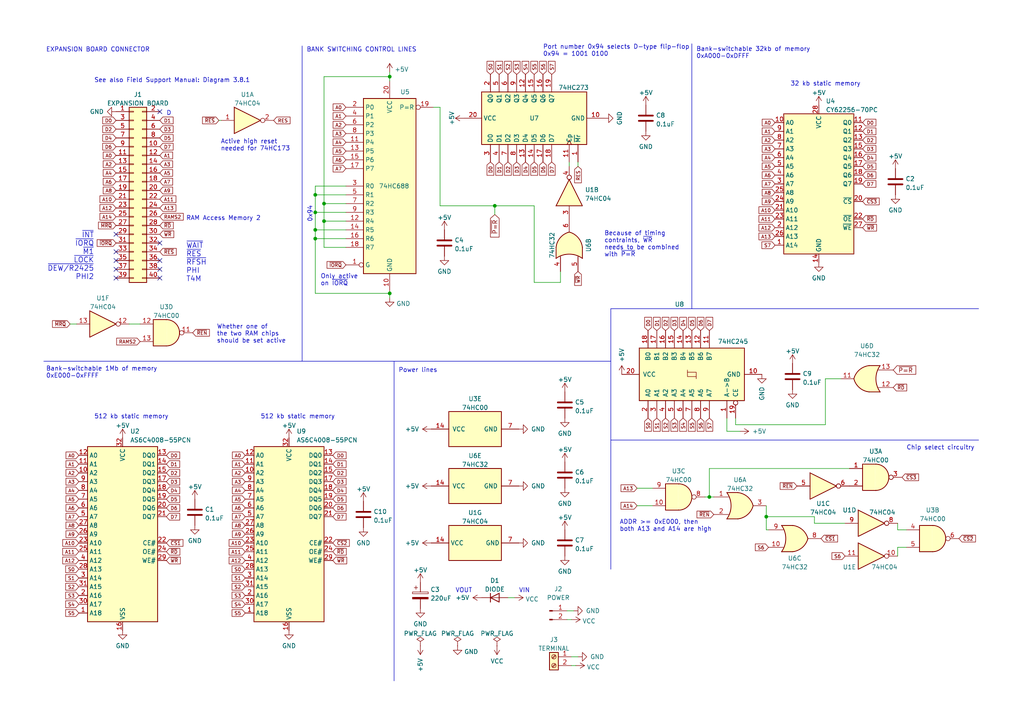
<source format=kicad_sch>
(kicad_sch (version 20230121) (generator eeschema)
  (paper "A4")
  (title_block (title "P2000T RAM expansion board") (date "2023-11-16") (rev "3"))
  (lib_symbols
    (symbol "74xx:74HC00" (pin_names (offset 1.016))
      (property "Reference" "U" (at 0 1.27 0))
      (property "Value" "74HC00" (at 0 -1.27 0))
      (symbol "74HC00_1_1"
        (pin input line (at -7.62 2.54 0) (length 3.81) (name "~") (number "1"))
        (pin input line (at -7.62 -2.54 0) (length 3.81) (name "~") (number "2"))
        (pin output inverted (at 7.62 0 180) (length 3.81) (name "~") (number "3"))
      )
      (symbol "74HC00_1_2"
        (pin input inverted (at -7.62 2.54 0) (length 4.318) (name "~") (number "1"))
        (pin input inverted (at -7.62 -2.54 0) (length 4.318) (name "~") (number "2"))
        (pin output line (at 7.62 0 180) (length 3.81) (name "~") (number "3"))
      )
      (symbol "74HC00_2_1"
        (pin input line (at -7.62 2.54 0) (length 3.81) (name "~") (number "4"))
        (pin input line (at -7.62 -2.54 0) (length 3.81) (name "~") (number "5"))
        (pin output inverted (at 7.62 0 180) (length 3.81) (name "~") (number "6"))
      )
      (symbol "74HC00_2_2"
        (pin input inverted (at -7.62 2.54 0) (length 4.318) (name "~") (number "4"))
        (pin input inverted (at -7.62 -2.54 0) (length 4.318) (name "~") (number "5"))
        (pin output line (at 7.62 0 180) (length 3.81) (name "~") (number "6"))
      )
      (symbol "74HC00_3_1"
        (pin input line (at -7.62 -2.54 0) (length 3.81) (name "~") (number "10"))
        (pin output inverted (at 7.62 0 180) (length 3.81) (name "~") (number "8"))
        (pin input line (at -7.62 2.54 0) (length 3.81) (name "~") (number "9"))
      )
      (symbol "74HC00_3_2"
        (pin input inverted (at -7.62 -2.54 0) (length 4.318) (name "~") (number "10"))
        (pin output line (at 7.62 0 180) (length 3.81) (name "~") (number "8"))
        (pin input inverted (at -7.62 2.54 0) (length 4.318) (name "~") (number "9"))
      )
      (symbol "74HC00_4_1"
        (pin output inverted (at 7.62 0 180) (length 3.81) (name "~") (number "11"))
        (pin input line (at -7.62 2.54 0) (length 3.81) (name "~") (number "12"))
        (pin input line (at -7.62 -2.54 0) (length 3.81) (name "~") (number "13"))
      )
      (symbol "74HC00_4_2"
        (pin output line (at 7.62 0 180) (length 3.81) (name "~") (number "11"))
        (pin input inverted (at -7.62 2.54 0) (length 4.318) (name "~") (number "12"))
        (pin input inverted (at -7.62 -2.54 0) (length 4.318) (name "~") (number "13"))
      )
      (symbol "74HC00_5_0"
        (pin power_in line (at 0 12.7 270) (length 5.08) (name "VCC") (number "14"))
        (pin power_in line (at 0 -12.7 90) (length 5.08) (name "GND") (number "7"))
      )
    )
    (symbol "74xx:74HC04"
      (property "Reference" "U" (at 0 1.27 0))
      (property "Value" "74HC04" (at 0 -1.27 0))
      (symbol "74HC04_1_0"
        (pin input line (at -7.62 0 0) (length 3.81) (name "~") (number "1"))
        (pin output inverted (at 7.62 0 180) (length 3.81) (name "~") (number "2"))
      )
      (symbol "74HC04_2_0"
        (pin input line (at -7.62 0 0) (length 3.81) (name "~") (number "3"))
        (pin output inverted (at 7.62 0 180) (length 3.81) (name "~") (number "4"))
      )
      (symbol "74HC04_3_0"
        (pin input line (at -7.62 0 0) (length 3.81) (name "~") (number "5"))
        (pin output inverted (at 7.62 0 180) (length 3.81) (name "~") (number "6"))
      )
      (symbol "74HC04_4_0"
        (pin output inverted (at 7.62 0 180) (length 3.81) (name "~") (number "8"))
        (pin input line (at -7.62 0 0) (length 3.81) (name "~") (number "9"))
      )
      (symbol "74HC04_5_0"
        (pin output inverted (at 7.62 0 180) (length 3.81) (name "~") (number "10"))
        (pin input line (at -7.62 0 0) (length 3.81) (name "~") (number "11"))
      )
      (symbol "74HC04_6_0"
        (pin output inverted (at 7.62 0 180) (length 3.81) (name "~") (number "12"))
        (pin input line (at -7.62 0 0) (length 3.81) (name "~") (number "13"))
      )
      (symbol "74HC04_7_0"
        (pin power_in line (at 0 12.7 270) (length 5.08) (name "VCC") (number "14"))
        (pin power_in line (at 0 -12.7 90) (length 5.08) (name "GND") (number "7"))
      )
    )
    (symbol "74xx:74HC273"
      (property "Reference" "U" (at -7.62 16.51 0))
      (property "Value" "74HC273" (at -7.62 -16.51 0))
      (symbol "74HC273_1_0"
        (pin input line (at -12.7 -12.7 0) (length 5.08) (name "~{Mr}") (number "1"))
        (pin power_in line (at 0 -20.32 90) (length 5.08) (name "GND") (number "10"))
        (pin input clock (at -12.7 -10.16 0) (length 5.08) (name "Cp") (number "11"))
        (pin output line (at 12.7 2.54 180) (length 5.08) (name "Q4") (number "12"))
        (pin input line (at -12.7 2.54 0) (length 5.08) (name "D4") (number "13"))
        (pin input line (at -12.7 0 0) (length 5.08) (name "D5") (number "14"))
        (pin output line (at 12.7 0 180) (length 5.08) (name "Q5") (number "15"))
        (pin output line (at 12.7 -2.54 180) (length 5.08) (name "Q6") (number "16"))
        (pin input line (at -12.7 -2.54 0) (length 5.08) (name "D6") (number "17"))
        (pin input line (at -12.7 -5.08 0) (length 5.08) (name "D7") (number "18"))
        (pin output line (at 12.7 -5.08 180) (length 5.08) (name "Q7") (number "19"))
        (pin output line (at 12.7 12.7 180) (length 5.08) (name "Q0") (number "2"))
        (pin power_in line (at 0 20.32 270) (length 5.08) (name "VCC") (number "20"))
        (pin input line (at -12.7 12.7 0) (length 5.08) (name "D0") (number "3"))
        (pin input line (at -12.7 10.16 0) (length 5.08) (name "D1") (number "4"))
        (pin output line (at 12.7 10.16 180) (length 5.08) (name "Q1") (number "5"))
        (pin output line (at 12.7 7.62 180) (length 5.08) (name "Q2") (number "6"))
        (pin input line (at -12.7 7.62 0) (length 5.08) (name "D2") (number "7"))
        (pin input line (at -12.7 5.08 0) (length 5.08) (name "D3") (number "8"))
        (pin output line (at 12.7 5.08 180) (length 5.08) (name "Q3") (number "9"))
      )
    )
    (symbol "74xx:74LS245" (pin_names (offset 1.016))
      (property "Reference" "U" (at -7.62 16.51 0))
      (property "Value" "74LS245" (at -7.62 -16.51 0))
      (symbol "74LS245_1_0"
        (pin input line (at -12.7 -10.16 0) (length 5.08) (name "A->B") (number "1"))
        (pin power_in line (at 0 -20.32 90) (length 5.08) (name "GND") (number "10"))
        (pin tri_state line (at 12.7 -5.08 180) (length 5.08) (name "B7") (number "11"))
        (pin tri_state line (at 12.7 -2.54 180) (length 5.08) (name "B6") (number "12"))
        (pin tri_state line (at 12.7 0 180) (length 5.08) (name "B5") (number "13"))
        (pin tri_state line (at 12.7 2.54 180) (length 5.08) (name "B4") (number "14"))
        (pin tri_state line (at 12.7 5.08 180) (length 5.08) (name "B3") (number "15"))
        (pin tri_state line (at 12.7 7.62 180) (length 5.08) (name "B2") (number "16"))
        (pin tri_state line (at 12.7 10.16 180) (length 5.08) (name "B1") (number "17"))
        (pin tri_state line (at 12.7 12.7 180) (length 5.08) (name "B0") (number "18"))
        (pin input inverted (at -12.7 -12.7 0) (length 5.08) (name "CE") (number "19"))
        (pin tri_state line (at -12.7 12.7 0) (length 5.08) (name "A0") (number "2"))
        (pin power_in line (at 0 20.32 270) (length 5.08) (name "VCC") (number "20"))
        (pin tri_state line (at -12.7 10.16 0) (length 5.08) (name "A1") (number "3"))
        (pin tri_state line (at -12.7 7.62 0) (length 5.08) (name "A2") (number "4"))
        (pin tri_state line (at -12.7 5.08 0) (length 5.08) (name "A3") (number "5"))
        (pin tri_state line (at -12.7 2.54 0) (length 5.08) (name "A4") (number "6"))
        (pin tri_state line (at -12.7 0 0) (length 5.08) (name "A5") (number "7"))
        (pin tri_state line (at -12.7 -2.54 0) (length 5.08) (name "A6") (number "8"))
        (pin tri_state line (at -12.7 -5.08 0) (length 5.08) (name "A7") (number "9"))
      )
    )
    (symbol "74xx:74LS32" (pin_names (offset 1.016))
      (property "Reference" "U" (at 0 1.27 0))
      (property "Value" "74LS32" (at 0 -1.27 0))
      (symbol "74LS32_1_1"
        (pin input line (at -7.62 2.54 0) (length 4.318) (name "~") (number "1"))
        (pin input line (at -7.62 -2.54 0) (length 4.318) (name "~") (number "2"))
        (pin output line (at 7.62 0 180) (length 3.81) (name "~") (number "3"))
      )
      (symbol "74LS32_1_2"
        (pin input inverted (at -7.62 2.54 0) (length 3.81) (name "~") (number "1"))
        (pin input inverted (at -7.62 -2.54 0) (length 3.81) (name "~") (number "2"))
        (pin output inverted (at 7.62 0 180) (length 3.81) (name "~") (number "3"))
      )
      (symbol "74LS32_2_1"
        (pin input line (at -7.62 2.54 0) (length 4.318) (name "~") (number "4"))
        (pin input line (at -7.62 -2.54 0) (length 4.318) (name "~") (number "5"))
        (pin output line (at 7.62 0 180) (length 3.81) (name "~") (number "6"))
      )
      (symbol "74LS32_2_2"
        (pin input inverted (at -7.62 2.54 0) (length 3.81) (name "~") (number "4"))
        (pin input inverted (at -7.62 -2.54 0) (length 3.81) (name "~") (number "5"))
        (pin output inverted (at 7.62 0 180) (length 3.81) (name "~") (number "6"))
      )
      (symbol "74LS32_3_1"
        (pin input line (at -7.62 -2.54 0) (length 4.318) (name "~") (number "10"))
        (pin output line (at 7.62 0 180) (length 3.81) (name "~") (number "8"))
        (pin input line (at -7.62 2.54 0) (length 4.318) (name "~") (number "9"))
      )
      (symbol "74LS32_3_2"
        (pin input inverted (at -7.62 -2.54 0) (length 3.81) (name "~") (number "10"))
        (pin output inverted (at 7.62 0 180) (length 3.81) (name "~") (number "8"))
        (pin input inverted (at -7.62 2.54 0) (length 3.81) (name "~") (number "9"))
      )
      (symbol "74LS32_4_1"
        (pin output line (at 7.62 0 180) (length 3.81) (name "~") (number "11"))
        (pin input line (at -7.62 2.54 0) (length 4.318) (name "~") (number "12"))
        (pin input line (at -7.62 -2.54 0) (length 4.318) (name "~") (number "13"))
      )
      (symbol "74LS32_4_2"
        (pin output inverted (at 7.62 0 180) (length 3.81) (name "~") (number "11"))
        (pin input inverted (at -7.62 2.54 0) (length 3.81) (name "~") (number "12"))
        (pin input inverted (at -7.62 -2.54 0) (length 3.81) (name "~") (number "13"))
      )
      (symbol "74LS32_5_0"
        (pin power_in line (at 0 12.7 270) (length 5.08) (name "VCC") (number "14"))
        (pin power_in line (at 0 -12.7 90) (length 5.08) (name "GND") (number "7"))
      )
    )
    (symbol "74xx:74LS688"
      (property "Reference" "U" (at -7.62 26.67 0))
      (property "Value" "74LS688" (at -7.62 -26.67 0))
      (symbol "74LS688_1_0"
        (pin input inverted (at -12.7 -22.86 0) (length 5.08) (name "G") (number "1"))
        (pin power_in line (at 0 -30.48 90) (length 5.08) (name "GND") (number "10"))
        (pin input line (at -12.7 12.7 0) (length 5.08) (name "P4") (number "11"))
        (pin input line (at -12.7 -10.16 0) (length 5.08) (name "R4") (number "12"))
        (pin input line (at -12.7 10.16 0) (length 5.08) (name "P5") (number "13"))
        (pin input line (at -12.7 -12.7 0) (length 5.08) (name "R5") (number "14"))
        (pin input line (at -12.7 7.62 0) (length 5.08) (name "P6") (number "15"))
        (pin input line (at -12.7 -15.24 0) (length 5.08) (name "R6") (number "16"))
        (pin input line (at -12.7 5.08 0) (length 5.08) (name "P7") (number "17"))
        (pin input line (at -12.7 -17.78 0) (length 5.08) (name "R7") (number "18"))
        (pin output inverted (at 12.7 22.86 180) (length 5.08) (name "P=R") (number "19"))
        (pin input line (at -12.7 22.86 0) (length 5.08) (name "P0") (number "2"))
        (pin power_in line (at 0 30.48 270) (length 5.08) (name "VCC") (number "20"))
        (pin input line (at -12.7 0 0) (length 5.08) (name "R0") (number "3"))
        (pin input line (at -12.7 20.32 0) (length 5.08) (name "P1") (number "4"))
        (pin input line (at -12.7 -2.54 0) (length 5.08) (name "R1") (number "5"))
        (pin input line (at -12.7 17.78 0) (length 5.08) (name "P2") (number "6"))
        (pin input line (at -12.7 -5.08 0) (length 5.08) (name "R2") (number "7"))
        (pin input line (at -12.7 15.24 0) (length 5.08) (name "P3") (number "8"))
        (pin input line (at -12.7 -7.62 0) (length 5.08) (name "R3") (number "9"))
      )
    )
    (symbol "Connector:Conn_01x02_Male" (pin_names (offset 1.016) hide)
      (property "Reference" "J" (at 0 2.54 0))
      (property "Value" "Conn_01x02_Male" (at 0 -5.08 0))
      (symbol "Conn_01x02_Male_1_1"
        (pin passive line (at 5.08 0 180) (length 3.81) (name "Pin_1") (number "1"))
        (pin passive line (at 5.08 -2.54 180) (length 3.81) (name "Pin_2") (number "2"))
      )
    )
    (symbol "Connector:Screw_Terminal_01x02" (pin_names (offset 1.016) hide)
      (property "Reference" "J" (at 0 2.54 0))
      (property "Value" "Screw_Terminal_01x02" (at 0 -5.08 0))
      (symbol "Screw_Terminal_01x02_1_1"
        (pin passive line (at -5.08 0 0) (length 3.81) (name "Pin_1") (number "1"))
        (pin passive line (at -5.08 -2.54 0) (length 3.81) (name "Pin_2") (number "2"))
      )
    )
    (symbol "Connector_Generic:Conn_02x20_Odd_Even" (pin_names (offset 1.016) hide)
      (property "Reference" "J" (at 1.27 25.4 0))
      (property "Value" "Conn_02x20_Odd_Even" (at 1.27 -27.94 0))
      (symbol "Conn_02x20_Odd_Even_1_1"
        (pin passive line (at -5.08 22.86 0) (length 3.81) (name "Pin_1") (number "1"))
        (pin passive line (at 7.62 12.7 180) (length 3.81) (name "Pin_10") (number "10"))
        (pin passive line (at -5.08 10.16 0) (length 3.81) (name "Pin_11") (number "11"))
        (pin passive line (at 7.62 10.16 180) (length 3.81) (name "Pin_12") (number "12"))
        (pin passive line (at -5.08 7.62 0) (length 3.81) (name "Pin_13") (number "13"))
        (pin passive line (at 7.62 7.62 180) (length 3.81) (name "Pin_14") (number "14"))
        (pin passive line (at -5.08 5.08 0) (length 3.81) (name "Pin_15") (number "15"))
        (pin passive line (at 7.62 5.08 180) (length 3.81) (name "Pin_16") (number "16"))
        (pin passive line (at -5.08 2.54 0) (length 3.81) (name "Pin_17") (number "17"))
        (pin passive line (at 7.62 2.54 180) (length 3.81) (name "Pin_18") (number "18"))
        (pin passive line (at -5.08 0 0) (length 3.81) (name "Pin_19") (number "19"))
        (pin passive line (at 7.62 22.86 180) (length 3.81) (name "Pin_2") (number "2"))
        (pin passive line (at 7.62 0 180) (length 3.81) (name "Pin_20") (number "20"))
        (pin passive line (at -5.08 -2.54 0) (length 3.81) (name "Pin_21") (number "21"))
        (pin passive line (at 7.62 -2.54 180) (length 3.81) (name "Pin_22") (number "22"))
        (pin passive line (at -5.08 -5.08 0) (length 3.81) (name "Pin_23") (number "23"))
        (pin passive line (at 7.62 -5.08 180) (length 3.81) (name "Pin_24") (number "24"))
        (pin passive line (at -5.08 -7.62 0) (length 3.81) (name "Pin_25") (number "25"))
        (pin passive line (at 7.62 -7.62 180) (length 3.81) (name "Pin_26") (number "26"))
        (pin passive line (at -5.08 -10.16 0) (length 3.81) (name "Pin_27") (number "27"))
        (pin passive line (at 7.62 -10.16 180) (length 3.81) (name "Pin_28") (number "28"))
        (pin passive line (at -5.08 -12.7 0) (length 3.81) (name "Pin_29") (number "29"))
        (pin passive line (at -5.08 20.32 0) (length 3.81) (name "Pin_3") (number "3"))
        (pin passive line (at 7.62 -12.7 180) (length 3.81) (name "Pin_30") (number "30"))
        (pin passive line (at -5.08 -15.24 0) (length 3.81) (name "Pin_31") (number "31"))
        (pin passive line (at 7.62 -15.24 180) (length 3.81) (name "Pin_32") (number "32"))
        (pin passive line (at -5.08 -17.78 0) (length 3.81) (name "Pin_33") (number "33"))
        (pin passive line (at 7.62 -17.78 180) (length 3.81) (name "Pin_34") (number "34"))
        (pin passive line (at -5.08 -20.32 0) (length 3.81) (name "Pin_35") (number "35"))
        (pin passive line (at 7.62 -20.32 180) (length 3.81) (name "Pin_36") (number "36"))
        (pin passive line (at -5.08 -22.86 0) (length 3.81) (name "Pin_37") (number "37"))
        (pin passive line (at 7.62 -22.86 180) (length 3.81) (name "Pin_38") (number "38"))
        (pin passive line (at -5.08 -25.4 0) (length 3.81) (name "Pin_39") (number "39"))
        (pin passive line (at 7.62 20.32 180) (length 3.81) (name "Pin_4") (number "4"))
        (pin passive line (at 7.62 -25.4 180) (length 3.81) (name "Pin_40") (number "40"))
        (pin passive line (at -5.08 17.78 0) (length 3.81) (name "Pin_5") (number "5"))
        (pin passive line (at 7.62 17.78 180) (length 3.81) (name "Pin_6") (number "6"))
        (pin passive line (at -5.08 15.24 0) (length 3.81) (name "Pin_7") (number "7"))
        (pin passive line (at 7.62 15.24 180) (length 3.81) (name "Pin_8") (number "8"))
        (pin passive line (at -5.08 12.7 0) (length 3.81) (name "Pin_9") (number "9"))
      )
    )
    (symbol "Device:C" (pin_numbers hide) (pin_names (offset 0.254))
      (property "Reference" "C" (at 0.635 2.54 0))
      (property "Value" "C" (at 0.635 -2.54 0))
      (symbol "C_1_1"
        (pin passive line (at 0 3.81 270) (length 2.794) (name "~") (number "1"))
        (pin passive line (at 0 -3.81 90) (length 2.794) (name "~") (number "2"))
      )
    )
    (symbol "Device:C_Polarized" (pin_numbers hide) (pin_names (offset 0.254))
      (property "Reference" "C" (at 0.635 2.54 0))
      (property "Value" "C_Polarized" (at 0.635 -2.54 0))
      (symbol "C_Polarized_1_1"
        (pin passive line (at 0 3.81 270) (length 2.794) (name "~") (number "1"))
        (pin passive line (at 0 -3.81 90) (length 2.794) (name "~") (number "2"))
      )
    )
    (symbol "Device:D" (pin_numbers hide) (pin_names (offset 1.016) hide)
      (property "Reference" "D" (at 0 2.54 0))
      (property "Value" "D" (at 0 -2.54 0))
      (symbol "D_1_1"
        (pin passive line (at -3.81 0 0) (length 2.54) (name "K") (number "1"))
        (pin passive line (at 3.81 0 180) (length 2.54) (name "A") (number "2"))
      )
    )
    (symbol "Memory_RAM:AS6C4008-55PCN"
      (property "Reference" "U" (at -10.16 26.035 0))
      (property "Value" "AS6C4008-55PCN" (at 2.54 26.035 0))
      (symbol "AS6C4008-55PCN_0_0"
        (pin power_in line (at 0 -27.94 90) (length 2.54) (name "VSS") (number "16"))
        (pin power_in line (at 0 27.94 270) (length 2.54) (name "VCC") (number "32"))
      )
      (symbol "AS6C4008-55PCN_1_1"
        (pin input line (at -12.7 -22.86 0) (length 2.54) (name "A18") (number "1"))
        (pin input line (at -12.7 17.78 0) (length 2.54) (name "A2") (number "10"))
        (pin input line (at -12.7 20.32 0) (length 2.54) (name "A1") (number "11"))
        (pin input line (at -12.7 22.86 0) (length 2.54) (name "A0") (number "12"))
        (pin tri_state line (at 12.7 22.86 180) (length 2.54) (name "DQ0") (number "13"))
        (pin tri_state line (at 12.7 20.32 180) (length 2.54) (name "DQ1") (number "14"))
        (pin tri_state line (at 12.7 17.78 180) (length 2.54) (name "DQ2") (number "15"))
        (pin tri_state line (at 12.7 15.24 180) (length 2.54) (name "DQ3") (number "17"))
        (pin tri_state line (at 12.7 12.7 180) (length 2.54) (name "DQ4") (number "18"))
        (pin tri_state line (at 12.7 10.16 180) (length 2.54) (name "DQ5") (number "19"))
        (pin input line (at -12.7 -17.78 0) (length 2.54) (name "A16") (number "2"))
        (pin tri_state line (at 12.7 7.62 180) (length 2.54) (name "DQ6") (number "20"))
        (pin tri_state line (at 12.7 5.08 180) (length 2.54) (name "DQ7") (number "21"))
        (pin input line (at 12.7 -2.54 180) (length 2.54) (name "CE#") (number "22"))
        (pin input line (at -12.7 -2.54 0) (length 2.54) (name "A10") (number "23"))
        (pin input line (at 12.7 -5.08 180) (length 2.54) (name "OE#") (number "24"))
        (pin input line (at -12.7 -5.08 0) (length 2.54) (name "A11") (number "25"))
        (pin input line (at -12.7 0 0) (length 2.54) (name "A9") (number "26"))
        (pin input line (at -12.7 2.54 0) (length 2.54) (name "A8") (number "27"))
        (pin input line (at -12.7 -10.16 0) (length 2.54) (name "A13") (number "28"))
        (pin input line (at 12.7 -7.62 180) (length 2.54) (name "WE#") (number "29"))
        (pin input line (at -12.7 -12.7 0) (length 2.54) (name "A14") (number "3"))
        (pin input line (at -12.7 -20.32 0) (length 2.54) (name "A17") (number "30"))
        (pin input line (at -12.7 -15.24 0) (length 2.54) (name "A15") (number "31"))
        (pin input line (at -12.7 -7.62 0) (length 2.54) (name "A12") (number "4"))
        (pin input line (at -12.7 5.08 0) (length 2.54) (name "A7") (number "5"))
        (pin input line (at -12.7 7.62 0) (length 2.54) (name "A6") (number "6"))
        (pin input line (at -12.7 10.16 0) (length 2.54) (name "A5") (number "7"))
        (pin input line (at -12.7 12.7 0) (length 2.54) (name "A4") (number "8"))
        (pin input line (at -12.7 15.24 0) (length 2.54) (name "A3") (number "9"))
      )
    )
    (symbol "Memory_RAM:CY62256-70PC"
      (property "Reference" "U" (at -10.16 20.955 0))
      (property "Value" "CY62256-70PC" (at 2.54 20.955 0))
      (symbol "CY62256-70PC_0_0"
        (pin power_in line (at 0 -22.86 90) (length 2.54) (name "GND") (number "14"))
        (pin power_in line (at 0 22.86 270) (length 2.54) (name "VCC") (number "28"))
      )
      (symbol "CY62256-70PC_1_1"
        (pin input line (at -12.7 -17.78 0) (length 2.54) (name "A14") (number "1"))
        (pin input line (at -12.7 17.78 0) (length 2.54) (name "A0") (number "10"))
        (pin tri_state line (at 12.7 17.78 180) (length 2.54) (name "Q0") (number "11"))
        (pin tri_state line (at 12.7 15.24 180) (length 2.54) (name "Q1") (number "12"))
        (pin tri_state line (at 12.7 12.7 180) (length 2.54) (name "Q2") (number "13"))
        (pin tri_state line (at 12.7 10.16 180) (length 2.54) (name "Q3") (number "15"))
        (pin tri_state line (at 12.7 7.62 180) (length 2.54) (name "Q4") (number "16"))
        (pin tri_state line (at 12.7 5.08 180) (length 2.54) (name "Q5") (number "17"))
        (pin tri_state line (at 12.7 2.54 180) (length 2.54) (name "Q6") (number "18"))
        (pin tri_state line (at 12.7 0 180) (length 2.54) (name "Q7") (number "19"))
        (pin input line (at -12.7 -12.7 0) (length 2.54) (name "A12") (number "2"))
        (pin input line (at 12.7 -5.08 180) (length 2.54) (name "~{CS}") (number "20"))
        (pin input line (at -12.7 -7.62 0) (length 2.54) (name "A10") (number "21"))
        (pin input line (at 12.7 -10.16 180) (length 2.54) (name "~{OE}") (number "22"))
        (pin input line (at -12.7 -10.16 0) (length 2.54) (name "A11") (number "23"))
        (pin input line (at -12.7 -5.08 0) (length 2.54) (name "A9") (number "24"))
        (pin input line (at -12.7 -2.54 0) (length 2.54) (name "A8") (number "25"))
        (pin input line (at -12.7 -15.24 0) (length 2.54) (name "A13") (number "26"))
        (pin input line (at 12.7 -12.7 180) (length 2.54) (name "~{WE}") (number "27"))
        (pin input line (at -12.7 0 0) (length 2.54) (name "A7") (number "3"))
        (pin input line (at -12.7 2.54 0) (length 2.54) (name "A6") (number "4"))
        (pin input line (at -12.7 5.08 0) (length 2.54) (name "A5") (number "5"))
        (pin input line (at -12.7 7.62 0) (length 2.54) (name "A4") (number "6"))
        (pin input line (at -12.7 10.16 0) (length 2.54) (name "A3") (number "7"))
        (pin input line (at -12.7 12.7 0) (length 2.54) (name "A2") (number "8"))
        (pin input line (at -12.7 15.24 0) (length 2.54) (name "A1") (number "9"))
      )
    )
    (symbol "power:+5V" (power) (pin_names (offset 0))
      (property "Value" "+5V" (at 0 3.556 0))
      (symbol "+5V_1_1"
        (pin power_in line (at 0 0 90) (length 0) hide (name "+5V") (number "1"))
      )
    )
    (symbol "power:GND" (power) (pin_names (offset 0))
      (property "Value" "GND" (at 0 -3.81 0))
      (symbol "GND_1_1"
        (pin power_in line (at 0 0 270) (length 0) hide (name "GND") (number "1"))
      )
    )
    (symbol "power:PWR_FLAG" (power) (pin_numbers hide) (pin_names (offset 0) hide)
      (property "Value" "PWR_FLAG" (at 0 3.81 0))
      (symbol "PWR_FLAG_0_0"
        (pin power_out line (at 0 0 90) (length 0) (name "pwr") (number "1"))
      )
    )
    (symbol "power:VCC" (power) (pin_names (offset 0))
      (property "Value" "VCC" (at 0 3.81 0))
      (symbol "VCC_1_1"
        (pin power_in line (at 0 0 90) (length 0) hide (name "VCC") (number "1"))
      )
    )
  )
  (junction (at 205.74 144.145))
  (junction (at 222.25 149.86))
  (junction (at 91.44 66.675))
  (junction (at 91.44 69.215))
  (junction (at 143.51 59.69))
  (junction (at 113.03 85.09))
  (junction (at 93.98 59.055))
  (junction (at 113.03 22.225))
  (junction (at 91.44 61.595))
  (junction (at 93.98 64.135))
  (junction (at 91.44 56.515))
  (no_connect (at 46.355 80.645))
  (no_connect (at 33.655 75.565))
  (no_connect (at 46.355 70.485))
  (no_connect (at 33.655 80.645))
  (no_connect (at 33.655 78.105))
  (no_connect (at 46.355 75.565))
  (no_connect (at 46.355 32.385))
  (no_connect (at 46.355 78.105))
  (no_connect (at 33.655 73.025))
  (no_connect (at 33.655 67.945))
  (wire (pts (xy 91.44 53.975) (xy 91.44 56.515)))
  (polyline (pts (xy 200.66 89.535) (xy 283.845 89.535)))
  (wire (pts (xy 167.64 48.26) (xy 167.64 46.99)))
  (wire (pts (xy 127.635 31.115) (xy 127.635 59.69)))
  (wire (pts (xy 154.94 81.915) (xy 162.56 81.915)))
  (wire (pts (xy 239.395 109.855) (xy 239.395 123.19)))
  (wire (pts (xy 260.35 158.75) (xy 262.89 158.75)))
  (wire (pts (xy 167.64 190.5) (xy 165.735 190.5)))
  (polyline (pts (xy 200.66 89.535) (xy 177.165 89.535)))
  (wire (pts (xy 166.37 177.165) (xy 164.465 177.165)))
  (polyline (pts (xy 87.63 13.335) (xy 87.63 104.775)))
  (wire (pts (xy 100.33 71.755) (xy 93.98 71.755)))
  (wire (pts (xy 236.22 149.86) (xy 222.25 149.86)))
  (wire (pts (xy 127.635 59.69) (xy 143.51 59.69)))
  (wire (pts (xy 113.03 85.09) (xy 113.03 86.36)))
  (wire (pts (xy 93.98 22.225) (xy 113.03 22.225)))
  (wire (pts (xy 205.74 135.89) (xy 246.38 135.89)))
  (wire (pts (xy 100.33 59.055) (xy 93.98 59.055)))
  (polyline (pts (xy 200.66 12.7) (xy 200.66 89.535)))
  (wire (pts (xy 184.785 146.685) (xy 189.23 146.685)))
  (wire (pts (xy 91.44 56.515) (xy 91.44 61.595)))
  (wire (pts (xy 213.36 121.285) (xy 213.36 123.19)))
  (polyline (pts (xy 114.3 104.775) (xy 114.3 197.485)))
  (wire (pts (xy 93.98 22.225) (xy 93.98 59.055)))
  (polyline (pts (xy 177.165 127.635) (xy 283.845 127.635)))
  (wire (pts (xy 149.225 173.355) (xy 147.32 173.355)))
  (wire (pts (xy 165.1 46.99) (xy 165.1 48.26)))
  (wire (pts (xy 93.98 64.135) (xy 93.98 59.055)))
  (wire (pts (xy 184.785 141.605) (xy 189.23 141.605)))
  (wire (pts (xy 222.25 146.685) (xy 222.25 149.86)))
  (wire (pts (xy 204.47 144.145) (xy 205.74 144.145)))
  (wire (pts (xy 125.73 31.115) (xy 127.635 31.115)))
  (wire (pts (xy 20.32 93.98) (xy 22.225 93.98)))
  (wire (pts (xy 245.11 151.765) (xy 236.22 151.765)))
  (wire (pts (xy 143.51 59.69) (xy 143.51 62.23)))
  (wire (pts (xy 91.44 66.675) (xy 100.33 66.675)))
  (wire (pts (xy 91.44 69.215) (xy 100.33 69.215)))
  (wire (pts (xy 262.89 153.67) (xy 260.35 153.67)))
  (wire (pts (xy 165.735 193.04) (xy 167.005 193.04)))
  (wire (pts (xy 63.5 34.925) (xy 64.135 34.925)))
  (wire (pts (xy 113.03 22.225) (xy 113.03 23.495)))
  (wire (pts (xy 236.22 151.765) (xy 236.22 149.86)))
  (polyline (pts (xy 12.7 104.775) (xy 87.63 104.775)))
  (wire (pts (xy 37.465 93.98) (xy 40.64 93.98)))
  (wire (pts (xy 222.25 153.67) (xy 222.885 153.67)))
  (wire (pts (xy 260.35 161.29) (xy 260.35 158.75)))
  (polyline (pts (xy 177.165 89.535) (xy 177.165 165.1)))
  (polyline (pts (xy 87.63 104.775) (xy 177.165 104.775)))
  (wire (pts (xy 91.44 69.215) (xy 91.44 85.09)))
  (wire (pts (xy 113.03 84.455) (xy 113.03 85.09)))
  (wire (pts (xy 154.94 59.69) (xy 154.94 81.915)))
  (wire (pts (xy 205.74 144.145) (xy 205.74 135.89)))
  (wire (pts (xy 210.82 121.285) (xy 210.82 125.095)))
  (wire (pts (xy 100.33 53.975) (xy 91.44 53.975)))
  (wire (pts (xy 93.98 71.755) (xy 93.98 64.135)))
  (wire (pts (xy 91.44 61.595) (xy 100.33 61.595)))
  (wire (pts (xy 91.44 66.675) (xy 91.44 69.215)))
  (wire (pts (xy 113.03 85.09) (xy 91.44 85.09)))
  (wire (pts (xy 113.03 20.955) (xy 113.03 22.225)))
  (wire (pts (xy 100.33 64.135) (xy 93.98 64.135)))
  (wire (pts (xy 91.44 56.515) (xy 100.33 56.515)))
  (wire (pts (xy 239.395 123.19) (xy 213.36 123.19)))
  (wire (pts (xy 260.35 153.67) (xy 260.35 151.765)))
  (wire (pts (xy 164.465 179.705) (xy 165.735 179.705)))
  (wire (pts (xy 243.84 109.855) (xy 239.395 109.855)))
  (wire (pts (xy 205.74 144.145) (xy 207.01 144.145)))
  (wire (pts (xy 143.51 59.69) (xy 154.94 59.69)))
  (wire (pts (xy 91.44 61.595) (xy 91.44 66.675)))
  (wire (pts (xy 222.25 149.86) (xy 222.25 153.67)))
  (wire (pts (xy 210.82 125.095) (xy 214.63 125.095)))
  (wire (pts (xy 162.56 81.915) (xy 162.56 78.74)))
  (text "512 kb static memory" (at 75.565 121.666 0) (effects (font (size 1.27 1.27)) (justify left bottom)))
  (text "VIN" (at 150.495 172.085 0) (effects (font (size 1.27 1.27)) (justify left bottom)))
  (text "EXPANSION BOARD CONNECTOR" (at 13.335 15.24 0) (effects (font (size 1.27 1.27)) (justify left bottom)))
  (text "0x94" (at 90.678 64.516 90) (effects (font (size 1.27 1.27)) (justify left bottom)))
  (text "VOUT" (at 132.08 172.085 0) (effects (font (size 1.27 1.27)) (justify left bottom)))
  (text "32 kb static memory" (at 229.235 25.146 0) (effects (font (size 1.27 1.27)) (justify left bottom)))
  (text "~{INT}\n~{IORQ}\n~{M1}\n~{LOCK}\n~{DEW/R2425}\nPHI2" (at 27.305 81.28 0) (effects (font (size 1.5 1.5)) (justify right bottom)))
  (text "D" (at 48.26 33.655 0) (effects (font (size 1.27 1.27)) (justify left bottom)))
  (text "Only active\non ~{IORQ}" (at 92.964 83.058 0) (effects (font (size 1.27 1.27)) (justify left bottom)))
  (text "RAM Access Memory 2" (at 53.975 64.135 0) (effects (font (size 1.27 1.27)) (justify left bottom)))
  (text "Bank-switchable 32kb of memory\n0xA000-0xDFFF" (at 201.93 17.145 0) (effects (font (size 1.27 1.27)) (justify left bottom)))
  (text "Because of timing\ncontraints, ~{WR}\nneeds to be combined\nwith ~{P=R}" (at 175.26 74.676 0) (effects (font (size 1.27 1.27)) (justify left bottom)))
  (text "Bank-switchable 1Mb of memory\n0xE000-0xFFFF" (at 13.335 109.855 0) (effects (font (size 1.27 1.27)) (justify left bottom)))
  (text "See also Field Support Manual: Diagram 3.8.1" (at 27.305 24.13 0) (effects (font (size 1.27 1.27)) (justify left bottom)))
  (text "Power lines" (at 115.57 108.204 0) (effects (font (size 1.27 1.27)) (justify left bottom)))
  (text "Chip select circuitry" (at 262.89 130.683 0) (effects (font (size 1.27 1.27)) (justify left bottom)))
  (text "BANK SWITCHING CONTROL LINES" (at 88.9 15.24 0) (effects (font (size 1.27 1.27)) (justify left bottom)))
  (text "512 kb static memory" (at 27.305 121.666 0) (effects (font (size 1.27 1.27)) (justify left bottom)))
  (text "ADDR >= 0xE000, then \nboth A13 and A14 are high" (at 179.705 154.305 0) (effects (font (size 1.27 1.27)) (justify left bottom)))
  (text "~{WAIT}\n~{RES}\n~{RFSH}\nPHI\nT4M" (at 53.975 81.915 0) (effects (font (size 1.5 1.5)) (justify left bottom)))
  (text "Active high reset\nneeded for 74HC173" (at 64.008 43.942 0) (effects (font (size 1.27 1.27)) (justify left bottom)))
  (text "Whether one of\nthe two RAM chips \nshould be set active" (at 62.865 99.695 0) (effects (font (size 1.27 1.27)) (justify left bottom)))
  (text "Port number 0x94 selects D-type flip-flop\n0x94 = 1001 0100" (at 157.48 16.51 0) (effects (font (size 1.27 1.27)) (justify left bottom)))
  (global_label "A8" (shape input) (at 71.12 152.4 180) (effects (font (size 1 1))) (property "Intersheetrefs" "${INTERSHEET_REFS}" (effects hide)))
  (global_label "S5" (shape input) (at 154.94 21.59 90) (effects (font (size 1 1))) (property "Intersheetrefs" "${INTERSHEET_REFS}" (effects hide)))
  (global_label "A3" (shape input) (at 224.79 43.18 180) (effects (font (size 1 1))) (property "Intersheetrefs" "${INTERSHEET_REFS}" (effects hide)))
  (global_label "~{P=R}" (shape input) (at 143.51 62.23 270) (property "Intersheetrefs" "${INTERSHEET_REFS}" (effects hide)))
  (global_label "D1" (shape input) (at 250.19 38.1 0) (effects (font (size 1 1))) (property "Intersheetrefs" "${INTERSHEET_REFS}" (effects hide)))
  (global_label "A2" (shape input) (at 100.33 36.195 180) (effects (font (size 1 1))) (property "Intersheetrefs" "${INTERSHEET_REFS}" (effects hide)))
  (global_label "A4" (shape input) (at 71.12 142.24 180) (effects (font (size 1 1))) (property "Intersheetrefs" "${INTERSHEET_REFS}" (effects hide)))
  (global_label "A8" (shape input) (at 33.655 55.245 180) (effects (font (size 1 1))) (property "Intersheetrefs" "${INTERSHEET_REFS}" (effects hide)))
  (global_label "A10" (shape input) (at 22.86 157.48 180) (effects (font (size 1 1))) (property "Intersheetrefs" "${INTERSHEET_REFS}" (effects hide)))
  (global_label "D5" (shape input) (at 250.19 48.26 0) (effects (font (size 1 1))) (property "Intersheetrefs" "${INTERSHEET_REFS}" (effects hide)))
  (global_label "S5" (shape input) (at 200.66 121.285 270) (effects (font (size 1 1))) (property "Intersheetrefs" "${INTERSHEET_REFS}" (effects hide)))
  (global_label "A4" (shape input) (at 22.86 142.24 180) (effects (font (size 1 1))) (property "Intersheetrefs" "${INTERSHEET_REFS}" (effects hide)))
  (global_label "~{MRQ}" (shape input) (at 20.32 93.98 180) (effects (font (size 1 1))) (property "Intersheetrefs" "${INTERSHEET_REFS}" (effects hide)))
  (global_label "A12" (shape input) (at 71.12 162.56 180) (effects (font (size 1 1))) (property "Intersheetrefs" "${INTERSHEET_REFS}" (effects hide)))
  (global_label "A2" (shape input) (at 224.79 40.64 180) (effects (font (size 1 1))) (property "Intersheetrefs" "${INTERSHEET_REFS}" (effects hide)))
  (global_label "~{REN}" (shape input) (at 231.14 140.97 180) (effects (font (size 1 1))) (property "Intersheetrefs" "${INTERSHEET_REFS}" (effects hide)))
  (global_label "S1" (shape input) (at 71.12 167.64 180) (effects (font (size 1 1))) (property "Intersheetrefs" "${INTERSHEET_REFS}" (effects hide)))
  (global_label "D7" (shape input) (at 205.74 95.885 90) (effects (font (size 1 1))) (property "Intersheetrefs" "${INTERSHEET_REFS}" (effects hide)))
  (global_label "A10" (shape input) (at 224.79 60.96 180) (effects (font (size 1 1))) (property "Intersheetrefs" "${INTERSHEET_REFS}" (effects hide)))
  (global_label "S2" (shape input) (at 71.12 170.18 180) (effects (font (size 1 1))) (property "Intersheetrefs" "${INTERSHEET_REFS}" (effects hide)))
  (global_label "~{REN}" (shape input) (at 55.88 96.52 0) (effects (font (size 1 1))) (property "Intersheetrefs" "${INTERSHEET_REFS}" (effects hide)))
  (global_label "A3" (shape input) (at 100.33 38.735 180) (effects (font (size 1 1))) (property "Intersheetrefs" "${INTERSHEET_REFS}" (effects hide)))
  (global_label "D0" (shape input) (at 48.26 132.08 0) (effects (font (size 1 1))) (property "Intersheetrefs" "${INTERSHEET_REFS}" (effects hide)))
  (global_label "S4" (shape input) (at 152.4 21.59 90) (effects (font (size 1 1))) (property "Intersheetrefs" "${INTERSHEET_REFS}" (effects hide)))
  (global_label "A6" (shape input) (at 33.655 52.705 180) (effects (font (size 1 1))) (property "Intersheetrefs" "${INTERSHEET_REFS}" (effects hide)))
  (global_label "A5" (shape input) (at 224.79 48.26 180) (effects (font (size 1 1))) (property "Intersheetrefs" "${INTERSHEET_REFS}" (effects hide)))
  (global_label "D4" (shape input) (at 33.655 40.005 180) (effects (font (size 1 1))) (property "Intersheetrefs" "${INTERSHEET_REFS}" (effects hide)))
  (global_label "S6" (shape input) (at 157.48 21.59 90) (effects (font (size 1 1))) (property "Intersheetrefs" "${INTERSHEET_REFS}" (effects hide)))
  (global_label "S4" (shape input) (at 71.12 175.26 180) (effects (font (size 1 1))) (property "Intersheetrefs" "${INTERSHEET_REFS}" (effects hide)))
  (global_label "D7" (shape input) (at 46.355 42.545 0) (effects (font (size 1 1))) (property "Intersheetrefs" "${INTERSHEET_REFS}" (effects hide)))
  (global_label "D0" (shape input) (at 187.96 95.885 90) (effects (font (size 1 1))) (property "Intersheetrefs" "${INTERSHEET_REFS}" (effects hide)))
  (global_label "D1" (shape input) (at 144.78 46.99 270) (effects (font (size 1 1))) (property "Intersheetrefs" "${INTERSHEET_REFS}" (effects hide)))
  (global_label "D3" (shape input) (at 149.86 46.99 270) (effects (font (size 1 1))) (property "Intersheetrefs" "${INTERSHEET_REFS}" (effects hide)))
  (global_label "A8" (shape input) (at 224.79 55.88 180) (effects (font (size 1 1))) (property "Intersheetrefs" "${INTERSHEET_REFS}" (effects hide)))
  (global_label "A12" (shape input) (at 22.86 162.56 180) (effects (font (size 1 1))) (property "Intersheetrefs" "${INTERSHEET_REFS}" (effects hide)))
  (global_label "A6" (shape input) (at 100.33 46.355 180) (effects (font (size 1 1))) (property "Intersheetrefs" "${INTERSHEET_REFS}" (effects hide)))
  (global_label "~{RD}" (shape input) (at 46.355 65.405 0) (effects (font (size 1 1))) (property "Intersheetrefs" "${INTERSHEET_REFS}" (effects hide)))
  (global_label "~{REN}" (shape input) (at 207.01 149.225 180) (effects (font (size 1 1))) (property "Intersheetrefs" "${INTERSHEET_REFS}" (effects hide)))
  (global_label "A6" (shape input) (at 224.79 50.8 180) (effects (font (size 1 1))) (property "Intersheetrefs" "${INTERSHEET_REFS}" (effects hide)))
  (global_label "A10" (shape input) (at 33.655 57.785 180) (effects (font (size 1 1))) (property "Intersheetrefs" "${INTERSHEET_REFS}" (effects hide)))
  (global_label "D5" (shape input) (at 200.66 95.885 90) (effects (font (size 1 1))) (property "Intersheetrefs" "${INTERSHEET_REFS}" (effects hide)))
  (global_label "~{RD}" (shape input) (at 259.08 112.395 0) (effects (font (size 1 1))) (property "Intersheetrefs" "${INTERSHEET_REFS}" (effects hide)))
  (global_label "~{CS2}" (shape input) (at 278.13 156.21 0) (effects (font (size 1 1))) (property "Intersheetrefs" "${INTERSHEET_REFS}" (effects hide)))
  (global_label "S6" (shape input) (at 245.11 161.29 180) (effects (font (size 1 1))) (property "Intersheetrefs" "${INTERSHEET_REFS}" (effects hide)))
  (global_label "S3" (shape input) (at 195.58 121.285 270) (effects (font (size 1 1))) (property "Intersheetrefs" "${INTERSHEET_REFS}" (effects hide)))
  (global_label "D3" (shape input) (at 46.355 37.465 0) (effects (font (size 1 1))) (property "Intersheetrefs" "${INTERSHEET_REFS}" (effects hide)))
  (global_label "A2" (shape input) (at 33.655 47.625 180) (effects (font (size 1 1))) (property "Intersheetrefs" "${INTERSHEET_REFS}" (effects hide)))
  (global_label "D5" (shape input) (at 154.94 46.99 270) (effects (font (size 1 1))) (property "Intersheetrefs" "${INTERSHEET_REFS}" (effects hide)))
  (global_label "D0" (shape input) (at 142.24 46.99 270) (effects (font (size 1 1))) (property "Intersheetrefs" "${INTERSHEET_REFS}" (effects hide)))
  (global_label "~{P=R}" (shape input) (at 259.08 107.315 0) (property "Intersheetrefs" "${INTERSHEET_REFS}" (effects hide)))
  (global_label "D3" (shape input) (at 250.19 43.18 0) (effects (font (size 1 1))) (property "Intersheetrefs" "${INTERSHEET_REFS}" (effects hide)))
  (global_label "A13" (shape input) (at 184.785 141.605 180) (effects (font (size 1 1))) (property "Intersheetrefs" "${INTERSHEET_REFS}" (effects hide)))
  (global_label "D6" (shape input) (at 33.655 42.545 180) (effects (font (size 1 1))) (property "Intersheetrefs" "${INTERSHEET_REFS}" (effects hide)))
  (global_label "RES" (shape input) (at 167.64 48.26 270) (effects (font (size 1 1))) (property "Intersheetrefs" "${INTERSHEET_REFS}" (effects hide)))
  (global_label "S0" (shape input) (at 187.96 121.285 270) (effects (font (size 1 1))) (property "Intersheetrefs" "${INTERSHEET_REFS}" (effects hide)))
  (global_label "D5" (shape input) (at 46.355 40.005 0) (effects (font (size 1 1))) (property "Intersheetrefs" "${INTERSHEET_REFS}" (effects hide)))
  (global_label "A0" (shape input) (at 224.79 35.56 180) (effects (font (size 1 1))) (property "Intersheetrefs" "${INTERSHEET_REFS}" (effects hide)))
  (global_label "S2" (shape input) (at 147.32 21.59 90) (effects (font (size 1 1))) (property "Intersheetrefs" "${INTERSHEET_REFS}" (effects hide)))
  (global_label "S6" (shape input) (at 222.885 158.75 180) (effects (font (size 1 1))) (property "Intersheetrefs" "${INTERSHEET_REFS}" (effects hide)))
  (global_label "A0" (shape input) (at 33.655 45.085 180) (effects (font (size 1 1))) (property "Intersheetrefs" "${INTERSHEET_REFS}" (effects hide)))
  (global_label "D7" (shape input) (at 48.26 149.86 0) (effects (font (size 1 1))) (property "Intersheetrefs" "${INTERSHEET_REFS}" (effects hide)))
  (global_label "A3" (shape input) (at 71.12 139.7 180) (effects (font (size 1 1))) (property "Intersheetrefs" "${INTERSHEET_REFS}" (effects hide)))
  (global_label "~{CS1}" (shape input) (at 48.26 157.48 0) (effects (font (size 1 1))) (property "Intersheetrefs" "${INTERSHEET_REFS}" (effects hide)))
  (global_label "S5" (shape input) (at 22.86 177.8 180) (effects (font (size 1 1))) (property "Intersheetrefs" "${INTERSHEET_REFS}" (effects hide)))
  (global_label "D0" (shape input) (at 250.19 35.56 0) (effects (font (size 1 1))) (property "Intersheetrefs" "${INTERSHEET_REFS}" (effects hide)))
  (global_label "RAMS2" (shape input) (at 46.355 62.865 0) (effects (font (size 1 1))) (property "Intersheetrefs" "${INTERSHEET_REFS}" (effects hide)))
  (global_label "D6" (shape input) (at 250.19 50.8 0) (effects (font (size 1 1))) (property "Intersheetrefs" "${INTERSHEET_REFS}" (effects hide)))
  (global_label "A7" (shape input) (at 22.86 149.86 180) (effects (font (size 1 1))) (property "Intersheetrefs" "${INTERSHEET_REFS}" (effects hide)))
  (global_label "D5" (shape input) (at 96.52 144.78 0) (effects (font (size 1 1))) (property "Intersheetrefs" "${INTERSHEET_REFS}" (effects hide)))
  (global_label "S1" (shape input) (at 190.5 121.285 270) (effects (font (size 1 1))) (property "Intersheetrefs" "${INTERSHEET_REFS}" (effects hide)))
  (global_label "D1" (shape input) (at 190.5 95.885 90) (effects (font (size 1 1))) (property "Intersheetrefs" "${INTERSHEET_REFS}" (effects hide)))
  (global_label "RES" (shape input) (at 79.375 34.925 0) (effects (font (size 1 1))) (property "Intersheetrefs" "${INTERSHEET_REFS}" (effects hide)))
  (global_label "~{WR}" (shape input) (at 46.355 67.945 0) (effects (font (size 1 1))) (property "Intersheetrefs" "${INTERSHEET_REFS}" (effects hide)))
  (global_label "A1" (shape input) (at 71.12 134.62 180) (effects (font (size 1 1))) (property "Intersheetrefs" "${INTERSHEET_REFS}" (effects hide)))
  (global_label "A7" (shape input) (at 71.12 149.86 180) (effects (font (size 1 1))) (property "Intersheetrefs" "${INTERSHEET_REFS}" (effects hide)))
  (global_label "S2" (shape input) (at 193.04 121.285 270) (effects (font (size 1 1))) (property "Intersheetrefs" "${INTERSHEET_REFS}" (effects hide)))
  (global_label "A14" (shape input) (at 184.785 146.685 180) (effects (font (size 1 1))) (property "Intersheetrefs" "${INTERSHEET_REFS}" (effects hide)))
  (global_label "RAMS2" (shape input) (at 40.64 99.06 180) (effects (font (size 1 1))) (property "Intersheetrefs" "${INTERSHEET_REFS}" (effects hide)))
  (global_label "A1" (shape input) (at 100.33 33.655 180) (effects (font (size 1 1))) (property "Intersheetrefs" "${INTERSHEET_REFS}" (effects hide)))
  (global_label "A4" (shape input) (at 100.33 41.275 180) (effects (font (size 1 1))) (property "Intersheetrefs" "${INTERSHEET_REFS}" (effects hide)))
  (global_label "S3" (shape input) (at 149.86 21.59 90) (effects (font (size 1 1))) (property "Intersheetrefs" "${INTERSHEET_REFS}" (effects hide)))
  (global_label "A3" (shape input) (at 46.355 47.625 0) (effects (font (size 1 1))) (property "Intersheetrefs" "${INTERSHEET_REFS}" (effects hide)))
  (global_label "A9" (shape input) (at 46.355 55.245 0) (effects (font (size 1 1))) (property "Intersheetrefs" "${INTERSHEET_REFS}" (effects hide)))
  (global_label "~{WR}" (shape input) (at 167.64 78.74 270) (effects (font (size 1 1))) (property "Intersheetrefs" "${INTERSHEET_REFS}" (effects hide)))
  (global_label "S1" (shape input) (at 144.78 21.59 90) (effects (font (size 1 1))) (property "Intersheetrefs" "${INTERSHEET_REFS}" (effects hide)))
  (global_label "~{RD}" (shape input) (at 250.19 63.5 0) (effects (font (size 1 1))) (property "Intersheetrefs" "${INTERSHEET_REFS}" (effects hide)))
  (global_label "A11" (shape input) (at 46.355 57.785 0) (effects (font (size 1 1))) (property "Intersheetrefs" "${INTERSHEET_REFS}" (effects hide)))
  (global_label "D3" (shape input) (at 96.52 139.7 0) (effects (font (size 1 1))) (property "Intersheetrefs" "${INTERSHEET_REFS}" (effects hide)))
  (global_label "A11" (shape input) (at 224.79 63.5 180) (effects (font (size 1 1))) (property "Intersheetrefs" "${INTERSHEET_REFS}" (effects hide)))
  (global_label "S7" (shape input) (at 224.79 71.12 180) (effects (font (size 1 1))) (property "Intersheetrefs" "${INTERSHEET_REFS}" (effects hide)))
  (global_label "~{CS1}" (shape input) (at 238.125 156.21 0) (effects (font (size 1 1))) (property "Intersheetrefs" "${INTERSHEET_REFS}" (effects hide)))
  (global_label "A5" (shape input) (at 46.355 50.165 0) (effects (font (size 1 1))) (property "Intersheetrefs" "${INTERSHEET_REFS}" (effects hide)))
  (global_label "S0" (shape input) (at 22.86 165.1 180) (effects (font (size 1 1))) (property "Intersheetrefs" "${INTERSHEET_REFS}" (effects hide)))
  (global_label "D7" (shape input) (at 250.19 53.34 0) (effects (font (size 1 1))) (property "Intersheetrefs" "${INTERSHEET_REFS}" (effects hide)))
  (global_label "A0" (shape input) (at 71.12 132.08 180) (effects (font (size 1 1))) (property "Intersheetrefs" "${INTERSHEET_REFS}" (effects hide)))
  (global_label "D2" (shape input) (at 96.52 137.16 0) (effects (font (size 1 1))) (property "Intersheetrefs" "${INTERSHEET_REFS}" (effects hide)))
  (global_label "D1" (shape input) (at 48.26 134.62 0) (effects (font (size 1 1))) (property "Intersheetrefs" "${INTERSHEET_REFS}" (effects hide)))
  (global_label "S4" (shape input) (at 198.12 121.285 270) (effects (font (size 1 1))) (property "Intersheetrefs" "${INTERSHEET_REFS}" (effects hide)))
  (global_label "A14" (shape input) (at 33.655 62.865 180) (effects (font (size 1 1))) (property "Intersheetrefs" "${INTERSHEET_REFS}" (effects hide)))
  (global_label "D6" (shape input) (at 203.2 95.885 90) (effects (font (size 1 1))) (property "Intersheetrefs" "${INTERSHEET_REFS}" (effects hide)))
  (global_label "D2" (shape input) (at 193.04 95.885 90) (effects (font (size 1 1))) (property "Intersheetrefs" "${INTERSHEET_REFS}" (effects hide)))
  (global_label "D1" (shape input) (at 96.52 134.62 0) (effects (font (size 1 1))) (property "Intersheetrefs" "${INTERSHEET_REFS}" (effects hide)))
  (global_label "S2" (shape input) (at 22.86 170.18 180) (effects (font (size 1 1))) (property "Intersheetrefs" "${INTERSHEET_REFS}" (effects hide)))
  (global_label "D0" (shape input) (at 33.655 34.925 180) (effects (font (size 1 1))) (property "Intersheetrefs" "${INTERSHEET_REFS}" (effects hide)))
  (global_label "D0" (shape input) (at 96.52 132.08 0) (effects (font (size 1 1))) (property "Intersheetrefs" "${INTERSHEET_REFS}" (effects hide)))
  (global_label "S7" (shape input) (at 160.02 21.59 90) (effects (font (size 1 1))) (property "Intersheetrefs" "${INTERSHEET_REFS}" (effects hide)))
  (global_label "A4" (shape input) (at 224.79 45.72 180) (effects (font (size 1 1))) (property "Intersheetrefs" "${INTERSHEET_REFS}" (effects hide)))
  (global_label "D6" (shape input) (at 157.48 46.99 270) (effects (font (size 1 1))) (property "Intersheetrefs" "${INTERSHEET_REFS}" (effects hide)))
  (global_label "A1" (shape input) (at 46.355 45.085 0) (effects (font (size 1 1))) (property "Intersheetrefs" "${INTERSHEET_REFS}" (effects hide)))
  (global_label "A13" (shape input) (at 46.355 60.325 0) (effects (font (size 1 1))) (property "Intersheetrefs" "${INTERSHEET_REFS}" (effects hide)))
  (global_label "~{CS2}" (shape input) (at 96.52 157.48 0) (effects (font (size 1 1))) (property "Intersheetrefs" "${INTERSHEET_REFS}" (effects hide)))
  (global_label "A2" (shape input) (at 22.86 137.16 180) (effects (font (size 1 1))) (property "Intersheetrefs" "${INTERSHEET_REFS}" (effects hide)))
  (global_label "S6" (shape input) (at 203.2 121.285 270) (effects (font (size 1 1))) (property "Intersheetrefs" "${INTERSHEET_REFS}" (effects hide)))
  (global_label "A3" (shape input) (at 22.86 139.7 180) (effects (font (size 1 1))) (property "Intersheetrefs" "${INTERSHEET_REFS}" (effects hide)))
  (global_label "A9" (shape input) (at 22.86 154.94 180) (effects (font (size 1 1))) (property "Intersheetrefs" "${INTERSHEET_REFS}" (effects hide)))
  (global_label "A2" (shape input) (at 71.12 137.16 180) (effects (font (size 1 1))) (property "Intersheetrefs" "${INTERSHEET_REFS}" (effects hide)))
  (global_label "~{RD}" (shape input) (at 96.52 160.02 0) (effects (font (size 1 1))) (property "Intersheetrefs" "${INTERSHEET_REFS}" (effects hide)))
  (global_label "A10" (shape input) (at 71.12 157.48 180) (effects (font (size 1 1))) (property "Intersheetrefs" "${INTERSHEET_REFS}" (effects hide)))
  (global_label "A7" (shape input) (at 46.355 52.705 0) (effects (font (size 1 1))) (property "Intersheetrefs" "${INTERSHEET_REFS}" (effects hide)))
  (global_label "~{MRQ}" (shape input) (at 33.655 65.405 180) (effects (font (size 1 1))) (property "Intersheetrefs" "${INTERSHEET_REFS}" (effects hide)))
  (global_label "A11" (shape input) (at 71.12 160.02 180) (effects (font (size 1 1))) (property "Intersheetrefs" "${INTERSHEET_REFS}" (effects hide)))
  (global_label "D5" (shape input) (at 48.26 144.78 0) (effects (font (size 1 1))) (property "Intersheetrefs" "${INTERSHEET_REFS}" (effects hide)))
  (global_label "D7" (shape input) (at 96.52 149.86 0) (effects (font (size 1 1))) (property "Intersheetrefs" "${INTERSHEET_REFS}" (effects hide)))
  (global_label "A12" (shape input) (at 33.655 60.325 180) (effects (font (size 1 1))) (property "Intersheetrefs" "${INTERSHEET_REFS}" (effects hide)))
  (global_label "D4" (shape input) (at 198.12 95.885 90) (effects (font (size 1 1))) (property "Intersheetrefs" "${INTERSHEET_REFS}" (effects hide)))
  (global_label "A12" (shape input) (at 224.79 66.04 180) (effects (font (size 1 1))) (property "Intersheetrefs" "${INTERSHEET_REFS}" (effects hide)))
  (global_label "A1" (shape input) (at 22.86 134.62 180) (effects (font (size 1 1))) (property "Intersheetrefs" "${INTERSHEET_REFS}" (effects hide)))
  (global_label "D7" (shape input) (at 160.02 46.99 270) (effects (font (size 1 1))) (property "Intersheetrefs" "${INTERSHEET_REFS}" (effects hide)))
  (global_label "A5" (shape input) (at 71.12 144.78 180) (effects (font (size 1 1))) (property "Intersheetrefs" "${INTERSHEET_REFS}" (effects hide)))
  (global_label "A0" (shape input) (at 22.86 132.08 180) (effects (font (size 1 1))) (property "Intersheetrefs" "${INTERSHEET_REFS}" (effects hide)))
  (global_label "~{WR}" (shape input) (at 250.19 66.04 0) (effects (font (size 1 1))) (property "Intersheetrefs" "${INTERSHEET_REFS}" (effects hide)))
  (global_label "D4" (shape input) (at 250.19 45.72 0) (effects (font (size 1 1))) (property "Intersheetrefs" "${INTERSHEET_REFS}" (effects hide)))
  (global_label "~{RES}" (shape input) (at 46.355 73.025 0) (effects (font (size 1 1))) (property "Intersheetrefs" "${INTERSHEET_REFS}" (effects hide)))
  (global_label "D6" (shape input) (at 48.26 147.32 0) (effects (font (size 1 1))) (property "Intersheetrefs" "${INTERSHEET_REFS}" (effects hide)))
  (global_label "~{CS3}" (shape input) (at 250.19 58.42 0) (effects (font (size 1 1))) (property "Intersheetrefs" "${INTERSHEET_REFS}" (effects hide)))
  (global_label "A9" (shape input) (at 224.79 58.42 180) (effects (font (size 1 1))) (property "Intersheetrefs" "${INTERSHEET_REFS}" (effects hide)))
  (global_label "D2" (shape input) (at 147.32 46.99 270) (effects (font (size 1 1))) (property "Intersheetrefs" "${INTERSHEET_REFS}" (effects hide)))
  (global_label "A13" (shape input) (at 224.79 68.58 180) (effects (font (size 1 1))) (property "Intersheetrefs" "${INTERSHEET_REFS}" (effects hide)))
  (global_label "~{IORQ}" (shape input) (at 33.655 70.485 180) (effects (font (size 1 1))) (property "Intersheetrefs" "${INTERSHEET_REFS}" (effects hide)))
  (global_label "S0" (shape input) (at 142.24 21.59 90) (effects (font (size 1 1))) (property "Intersheetrefs" "${INTERSHEET_REFS}" (effects hide)))
  (global_label "D2" (shape input) (at 33.655 37.465 180) (effects (font (size 1 1))) (property "Intersheetrefs" "${INTERSHEET_REFS}" (effects hide)))
  (global_label "~{IORQ}" (shape input) (at 100.33 76.835 180) (effects (font (size 1 1))) (property "Intersheetrefs" "${INTERSHEET_REFS}" (effects hide)))
  (global_label "D1" (shape input) (at 46.355 34.925 0) (effects (font (size 1 1))) (property "Intersheetrefs" "${INTERSHEET_REFS}" (effects hide)))
  (global_label "A6" (shape input) (at 71.12 147.32 180) (effects (font (size 1 1))) (property "Intersheetrefs" "${INTERSHEET_REFS}" (effects hide)))
  (global_label "A11" (shape input) (at 22.86 160.02 180) (effects (font (size 1 1))) (property "Intersheetrefs" "${INTERSHEET_REFS}" (effects hide)))
  (global_label "~{WR}" (shape input) (at 96.52 162.56 0) (effects (font (size 1 1))) (property "Intersheetrefs" "${INTERSHEET_REFS}" (effects hide)))
  (global_label "A6" (shape input) (at 22.86 147.32 180) (effects (font (size 1 1))) (property "Intersheetrefs" "${INTERSHEET_REFS}" (effects hide)))
  (global_label "A7" (shape input) (at 100.33 48.895 180) (effects (font (size 1 1))) (property "Intersheetrefs" "${INTERSHEET_REFS}" (effects hide)))
  (global_label "A0" (shape input) (at 100.33 31.115 180) (effects (font (size 1 1))) (property "Intersheetrefs" "${INTERSHEET_REFS}" (effects hide)))
  (global_label "S4" (shape input) (at 22.86 175.26 180) (effects (font (size 1 1))) (property "Intersheetrefs" "${INTERSHEET_REFS}" (effects hide)))
  (global_label "D4" (shape input) (at 48.26 142.24 0) (effects (font (size 1 1))) (property "Intersheetrefs" "${INTERSHEET_REFS}" (effects hide)))
  (global_label "D4" (shape input) (at 96.52 142.24 0) (effects (font (size 1 1))) (property "Intersheetrefs" "${INTERSHEET_REFS}" (effects hide)))
  (global_label "A8" (shape input) (at 22.86 152.4 180) (effects (font (size 1 1))) (property "Intersheetrefs" "${INTERSHEET_REFS}" (effects hide)))
  (global_label "~{CS3}" (shape input) (at 261.62 138.43 0) (effects (font (size 1 1))) (property "Intersheetrefs" "${INTERSHEET_REFS}" (effects hide)))
  (global_label "D2" (shape input) (at 250.19 40.64 0) (effects (font (size 1 1))) (property "Intersheetrefs" "${INTERSHEET_REFS}" (effects hide)))
  (global_label "~{WR}" (shape input) (at 48.26 162.56 0) (effects (font (size 1 1))) (property "Intersheetrefs" "${INTERSHEET_REFS}" (effects hide)))
  (global_label "A7" (shape input) (at 224.79 53.34 180) (effects (font (size 1 1))) (property "Intersheetrefs" "${INTERSHEET_REFS}" (effects hide)))
  (global_label "A9" (shape input) (at 71.12 154.94 180) (effects (font (size 1 1))) (property "Intersheetrefs" "${INTERSHEET_REFS}" (effects hide)))
  (global_label "D3" (shape input) (at 195.58 95.885 90) (effects (font (size 1 1))) (property "Intersheetrefs" "${INTERSHEET_REFS}" (effects hide)))
  (global_label "~{RD}" (shape input) (at 48.26 160.02 0) (effects (font (size 1 1))) (property "Intersheetrefs" "${INTERSHEET_REFS}" (effects hide)))
  (global_label "D6" (shape input) (at 96.52 147.32 0) (effects (font (size 1 1))) (property "Intersheetrefs" "${INTERSHEET_REFS}" (effects hide)))
  (global_label "S3" (shape input) (at 22.86 172.72 180) (effects (font (size 1 1))) (property "Intersheetrefs" "${INTERSHEET_REFS}" (effects hide)))
  (global_label "S5" (shape input) (at 71.12 177.8 180) (effects (font (size 1 1))) (property "Intersheetrefs" "${INTERSHEET_REFS}" (effects hide)))
  (global_label "D2" (shape input) (at 48.26 137.16 0) (effects (font (size 1 1))) (property "Intersheetrefs" "${INTERSHEET_REFS}" (effects hide)))
  (global_label "A5" (shape input) (at 22.86 144.78 180) (effects (font (size 1 1))) (property "Intersheetrefs" "${INTERSHEET_REFS}" (effects hide)))
  (global_label "S3" (shape input) (at 71.12 172.72 180) (effects (font (size 1 1))) (property "Intersheetrefs" "${INTERSHEET_REFS}" (effects hide)))
  (global_label "D3" (shape input) (at 48.26 139.7 0) (effects (font (size 1 1))) (property "Intersheetrefs" "${INTERSHEET_REFS}" (effects hide)))
  (global_label "S7" (shape input) (at 205.74 121.285 270) (effects (font (size 1 1))) (property "Intersheetrefs" "${INTERSHEET_REFS}" (effects hide)))
  (global_label "~{RES}" (shape input) (at 63.5 34.925 180) (effects (font (size 1 1))) (property "Intersheetrefs" "${INTERSHEET_REFS}" (effects hide)))
  (global_label "A1" (shape input) (at 224.79 38.1 180) (effects (font (size 1 1))) (property "Intersheetrefs" "${INTERSHEET_REFS}" (effects hide)))
  (global_label "S0" (shape input) (at 71.12 165.1 180) (effects (font (size 1 1))) (property "Intersheetrefs" "${INTERSHEET_REFS}" (effects hide)))
  (global_label "A4" (shape input) (at 33.655 50.165 180) (effects (font (size 1 1))) (property "Intersheetrefs" "${INTERSHEET_REFS}" (effects hide)))
  (global_label "D4" (shape input) (at 152.4 46.99 270) (effects (font (size 1 1))) (property "Intersheetrefs" "${INTERSHEET_REFS}" (effects hide)))
  (global_label "S1" (shape input) (at 22.86 167.64 180) (effects (font (size 1 1))) (property "Intersheetrefs" "${INTERSHEET_REFS}" (effects hide)))
  (global_label "A5" (shape input) (at 100.33 43.815 180) (effects (font (size 1 1))) (property "Intersheetrefs" "${INTERSHEET_REFS}" (effects hide)))
  (symbol (lib_id "power:PWR_FLAG") (at 144.145 187.325 0) (unit 1)
    (property "Reference" "#FLG03" (effects hide))
    (property "Value" "PWR_FLAG" (at 144.145 183.7492 0))
  )
  (symbol (lib_id "power:+5V") (at 214.63 125.095 270) (unit 1)
    (property "Reference" "#PWR045" (effects hide))
    (property "Value" "+5V" (at 222.25 125.095 90) (effects (justify right)))
  )
  (symbol (lib_id "power:+5V") (at 163.83 153.67 0) (unit 1)
    (property "Reference" "#PWR034" (effects hide))
    (property "Value" "+5V" (at 163.83 150.0942 0))
  )
  (symbol (lib_id "power:+5V") (at 163.83 113.665 0) (unit 1)
    (property "Reference" "#PWR030" (effects hide))
    (property "Value" "+5V" (at 163.83 110.0892 0))
  )
  (symbol (lib_id "power:+5V") (at 56.515 144.78 0) (unit 1)
    (property "Reference" "#PWR04" (effects hide))
    (property "Value" "+5V" (at 56.515 141.2042 0))
  )
  (symbol (lib_id "Memory_RAM:CY62256-70PC") (at 237.49 53.34 0) (unit 1)
    (property "Reference" "U4" (at 239.5094 29.3202 0) (effects (justify left)))
    (property "Value" "CY62256-70PC" (at 239.5094 31.8571 0) (effects (justify left)))
    (property "Footprint" "Package_DIP:DIP-28_W15.24mm_Socket" (effects hide))
    (property "Datasheet" "https://ecee.colorado.edu/~mcclurel/Cypress_SRAM_CY62256.pdf" (effects hide))
  )
  (symbol (lib_id "power:VCC") (at 144.145 187.325 180) (unit 1)
    (property "Reference" "#PWR024" (effects hide))
    (property "Value" "VCC" (at 142.24 191.77 0) (effects (justify right)))
  )
  (symbol (lib_id "power:VCC") (at 165.735 179.705 270) (unit 1)
    (property "Reference" "#PWR036" (effects hide))
    (property "Value" "VCC" (at 168.91 180.1388 90) (effects (justify left)))
  )
  (symbol (lib_id "74xx:74HC00") (at 270.51 156.21 0) (unit 2)
    (property "Reference" "U3" (at 270.51 147.955 0))
    (property "Value" "74HC00" (at 270.51 150.495 0))
    (property "Footprint" "Package_DIP:DIP-14_W7.62mm_Socket" (effects hide))
    (property "Datasheet" "http://www.ti.com/lit/gpn/sn74hc00" (effects hide))
  )
  (symbol (lib_id "74xx:74HC04") (at 165.1 55.88 90) (unit 2)
    (property "Reference" "U1" (at 169.672 55.0453 90) (effects (justify right)))
    (property "Value" "74HC04" (at 169.672 57.5822 90) (effects (justify right)))
    (property "Footprint" "Package_DIP:DIP-14_W7.62mm_Socket" (effects hide))
    (property "Datasheet" "https://assets.nexperia.com/documents/data-sheet/74HC_HCT04.pdf" (effects hide))
  )
  (symbol (lib_id "Device:C") (at 56.515 148.59 0) (unit 1)
    (property "Reference" "C1" (at 59.436 147.7553 0) (effects (justify left)))
    (property "Value" "0.1uF" (at 59.436 150.2922 0) (effects (justify left)))
    (property "Footprint" "Capacitor_THT:C_Disc_D5.0mm_W2.5mm_P5.00mm" (effects hide))
  )
  (symbol (lib_id "power:VCC") (at 167.005 193.04 270) (unit 1)
    (property "Reference" "#PWR038" (effects hide))
    (property "Value" "VCC" (at 170.18 193.4738 90) (effects (justify left)))
  )
  (symbol (lib_id "power:GND") (at 121.92 176.53 0) (unit 1)
    (property "Reference" "#PWR014" (effects hide))
    (property "Value" "GND" (at 121.92 180.9734 0))
  )
  (symbol (lib_id "power:+5V") (at 237.49 30.48 0) (unit 1)
    (property "Reference" "#PWR06" (effects hide))
    (property "Value" "+5V" (at 237.49 26.9042 0))
  )
  (symbol (lib_id "Device:C") (at 128.905 70.485 0) (unit 1)
    (property "Reference" "C4" (at 131.826 69.6503 0) (effects (justify left)))
    (property "Value" "0.1uF" (at 131.826 72.1872 0) (effects (justify left)))
    (property "Footprint" "Capacitor_THT:C_Disc_D5.0mm_W2.5mm_P5.00mm" (effects hide))
  )
  (symbol (lib_id "Device:C") (at 163.83 117.475 0) (unit 1)
    (property "Reference" "C5" (at 166.751 116.6403 0) (effects (justify left)))
    (property "Value" "0.1uF" (at 166.751 119.1772 0) (effects (justify left)))
    (property "Footprint" "Capacitor_THT:C_Disc_D5.0mm_W2.5mm_P5.00mm" (effects hide))
  )
  (symbol (lib_id "power:+5V") (at 35.56 127 0) (unit 1)
    (property "Reference" "#PWR02" (effects hide))
    (property "Value" "+5V" (at 35.56 123.4242 0))
  )
  (symbol (lib_id "power:GND") (at 150.495 140.97 90) (unit 1)
    (property "Reference" "#PWR027" (effects hide))
    (property "Value" "GND" (at 158.115 140.97 90) (effects (justify left)))
  )
  (symbol (lib_id "power:GND") (at 259.715 56.515 0) (unit 1)
    (property "Reference" "#PWR010" (effects hide))
    (property "Value" "GND" (at 259.715 60.9584 0))
  )
  (symbol (lib_id "power:+5V") (at 229.87 105.41 0) (unit 1)
    (property "Reference" "#PWR051" (effects hide))
    (property "Value" "+5V" (at 229.87 101.8342 0))
  )
  (symbol (lib_id "Device:C") (at 259.715 52.705 0) (unit 1)
    (property "Reference" "C2" (at 262.636 51.8703 0) (effects (justify left)))
    (property "Value" "0.1uF" (at 262.636 54.4072 0) (effects (justify left)))
    (property "Footprint" "Capacitor_THT:C_Disc_D5.0mm_W2.5mm_P5.00mm" (effects hide))
  )
  (symbol (lib_id "74xx:74LS32") (at 251.46 109.855 180) (unit 4)
    (property "Reference" "U6" (at 251.46 100.33 0))
    (property "Value" "74HC32" (at 251.46 102.87 0))
    (property "Footprint" "Package_DIP:DIP-14_W7.62mm_Socket" (effects hide))
    (property "Datasheet" "http://www.ti.com/lit/gpn/sn74LS32" (effects hide))
  )
  (symbol (lib_id "74xx:74LS32") (at 165.1 71.12 90) (unit 2)
    (property "Reference" "U6" (at 170.688 71.12 0))
    (property "Value" "74HC32" (at 160.1271 71.12 0))
    (property "Footprint" "Package_DIP:DIP-14_W7.62mm_Socket" (effects hide))
    (property "Datasheet" "http://www.ti.com/lit/gpn/sn74LS32" (effects hide))
  )
  (symbol (lib_id "power:+5V") (at 187.325 30.48 0) (unit 1)
    (property "Reference" "#PWR043" (effects hide))
    (property "Value" "+5V" (at 187.325 26.9042 0))
  )
  (symbol (lib_id "power:PWR_FLAG") (at 121.92 187.325 0) (unit 1)
    (property "Reference" "#FLG01" (effects hide))
    (property "Value" "PWR_FLAG" (at 121.92 183.7492 0))
  )
  (symbol (lib_id "power:GND") (at 163.83 141.605 0) (unit 1)
    (property "Reference" "#PWR033" (effects hide))
    (property "Value" "GND" (at 163.83 146.0484 0))
  )
  (symbol (lib_id "74xx:74LS245") (at 200.66 108.585 90) (unit 1)
    (property "Reference" "U8" (at 197.0786 88.265 90))
    (property "Value" "74HC245" (at 212.598 99.06 90))
    (property "Footprint" "Package_DIP:DIP-20_W7.62mm_Socket" (effects hide))
    (property "Datasheet" "http://www.ti.com/lit/gpn/sn74LS245" (effects hide))
  )
  (symbol (lib_id "power:+5V") (at 121.92 168.91 0) (unit 1)
    (property "Reference" "#PWR013" (effects hide))
    (property "Value" "+5V" (at 121.92 165.3342 0))
  )
  (symbol (lib_id "power:GND") (at 56.515 152.4 0) (unit 1)
    (property "Reference" "#PWR05" (effects hide))
    (property "Value" "GND" (at 56.515 156.8434 0))
  )
  (symbol (lib_id "power:GND") (at 237.49 76.2 0) (unit 1)
    (property "Reference" "#PWR07" (effects hide))
    (property "Value" "GND" (at 237.49 80.6434 0))
  )
  (symbol (lib_id "Device:C") (at 229.87 109.22 0) (unit 1)
    (property "Reference" "C9" (at 232.791 108.3853 0) (effects (justify left)))
    (property "Value" "0.1uF" (at 232.791 110.9222 0) (effects (justify left)))
    (property "Footprint" "Capacitor_THT:C_Disc_D5.0mm_W2.5mm_P5.00mm" (effects hide))
  )
  (symbol (lib_id "power:GND") (at 163.83 161.29 0) (unit 1)
    (property "Reference" "#PWR035" (effects hide))
    (property "Value" "GND" (at 163.83 165.7334 0))
  )
  (symbol (lib_id "power:+5V") (at 125.095 157.48 90) (unit 1)
    (property "Reference" "#PWR018" (effects hide))
    (property "Value" "+5V" (at 117.475 157.48 90) (effects (justify right)))
  )
  (symbol (lib_id "74xx:74HC04") (at 71.755 34.925 0) (unit 1)
    (property "Reference" "U1" (at 71.755 27.4152 0))
    (property "Value" "74HC04" (at 71.755 29.9521 0))
    (property "Footprint" "Package_DIP:DIP-14_W7.62mm_Socket" (effects hide))
    (property "Datasheet" "https://assets.nexperia.com/documents/data-sheet/74HC_HCT04.pdf" (effects hide))
  )
  (symbol (lib_id "power:GND") (at 175.26 34.29 90) (unit 1)
    (property "Reference" "#PWR040" (effects hide))
    (property "Value" "GND" (at 179.7034 34.29 0))
  )
  (symbol (lib_id "power:+5V") (at 139.7 173.355 90) (unit 1)
    (property "Reference" "#PWR023" (effects hide))
    (property "Value" "+5V" (at 132.08 173.355 90) (effects (justify right)))
  )
  (symbol (lib_id "power:GND") (at 33.655 32.385 270) (unit 1)
    (property "Reference" "#PWR01" (effects hide))
    (property "Value" "GND" (at 26.035 32.385 90) (effects (justify left)))
  )
  (symbol (lib_id "Device:C") (at 163.83 157.48 0) (unit 1)
    (property "Reference" "C7" (at 166.751 156.6453 0) (effects (justify left)))
    (property "Value" "0.1uF" (at 166.751 159.1822 0) (effects (justify left)))
    (property "Footprint" "Capacitor_THT:C_Disc_D5.0mm_W2.5mm_P5.00mm" (effects hide))
  )
  (symbol (lib_id "power:GND") (at 163.83 121.285 0) (unit 1)
    (property "Reference" "#PWR031" (effects hide))
    (property "Value" "GND" (at 163.83 125.7284 0))
  )
  (symbol (lib_id "power:GND") (at 128.905 74.295 0) (unit 1)
    (property "Reference" "#PWR020" (effects hide))
    (property "Value" "GND" (at 128.905 78.7384 0))
  )
  (symbol (lib_id "power:+5V") (at 125.095 140.97 90) (unit 1)
    (property "Reference" "#PWR017" (effects hide))
    (property "Value" "+5V" (at 117.475 140.97 90) (effects (justify right)))
  )
  (symbol (lib_id "74xx:74HC00") (at 254 138.43 0) (unit 1)
    (property "Reference" "U3" (at 254 130.9202 0))
    (property "Value" "74HC00" (at 254 133.4571 0))
    (property "Footprint" "Package_DIP:DIP-14_W7.62mm_Socket" (effects hide))
    (property "Datasheet" "http://www.ti.com/lit/gpn/sn74hc00" (effects hide))
  )
  (symbol (lib_id "power:GND") (at 83.82 182.88 0) (unit 1)
    (property "Reference" "#PWR029" (effects hide))
    (property "Value" "GND" (at 83.82 187.3234 0))
  )
  (symbol (lib_id "Connector_Generic:Conn_02x20_Odd_Even") (at 38.735 55.245 0) (unit 1)
    (property "Reference" "J1" (at 40.005 27.4152 0))
    (property "Value" "EXPANSION BOARD" (at 40.005 29.9521 0))
    (property "Footprint" "Connector_PinHeader_2.54mm:PinHeader_2x20_P2.54mm_Vertical" (effects hide))
  )
  (symbol (lib_id "power:GND") (at 220.98 108.585 0) (unit 1)
    (property "Reference" "#PWR046" (effects hide))
    (property "Value" "GND" (at 220.98 116.205 90) (effects (justify left)))
  )
  (symbol (lib_id "Memory_RAM:AS6C4008-55PCN") (at 83.82 154.94 0) (unit 1)
    (property "Reference" "U9" (at 86.0141 125.095 0) (effects (justify left)))
    (property "Value" "AS6C4008-55PCN" (at 86.0141 127.635 0) (effects (justify left)))
    (property "Footprint" "Package_DIP:DIP-32_W15.24mm_Socket" (effects hide))
    (property "Datasheet" "https://www.alliancememory.com/wp-content/uploads/pdf/AS6C4008.pdf" (effects hide))
  )
  (symbol (lib_id "power:VCC") (at 149.225 173.355 270) (unit 1)
    (property "Reference" "#PWR025" (effects hide))
    (property "Value" "VCC" (at 152.4 173.7888 90) (effects (justify left)))
  )
  (symbol (lib_id "power:+5V") (at 105.41 145.415 0) (unit 1)
    (property "Reference" "#PWR042" (effects hide))
    (property "Value" "+5V" (at 105.41 141.8392 0))
  )
  (symbol (lib_id "74xx:74HC04") (at 29.845 93.98 0) (unit 6)
    (property "Reference" "U1" (at 29.845 86.4702 0))
    (property "Value" "74HC04" (at 29.845 89.0071 0))
    (property "Footprint" "Package_DIP:DIP-14_W7.62mm_Socket" (effects hide))
    (property "Datasheet" "https://assets.nexperia.com/documents/data-sheet/74HC_HCT04.pdf" (effects hide))
  )
  (symbol (lib_id "power:+5V") (at 134.62 34.29 90) (unit 1)
    (property "Reference" "#PWR022" (effects hide))
    (property "Value" "+5V" (at 131.0442 34.29 0))
  )
  (symbol (lib_id "Connector:Conn_01x02_Male") (at 159.385 177.165 0) (unit 1)
    (property "Reference" "J2" (at 161.925 170.815 0))
    (property "Value" "POWER" (at 161.925 173.3519 0))
    (property "Footprint" "Connector_PinHeader_2.54mm:PinHeader_1x02_P2.54mm_Vertical" (effects hide))
  )
  (symbol (lib_id "74xx:74HC04") (at 252.73 161.29 0) (unit 5)
    (property "Reference" "U1" (at 246.38 164.465 0))
    (property "Value" "74HC04" (at 256.54 164.465 0))
    (property "Footprint" "Package_DIP:DIP-14_W7.62mm_Socket" (effects hide))
    (property "Datasheet" "https://assets.nexperia.com/documents/data-sheet/74HC_HCT04.pdf" (effects hide))
  )
  (symbol (lib_id "power:+5V") (at 163.83 133.985 0) (unit 1)
    (property "Reference" "#PWR032" (effects hide))
    (property "Value" "+5V" (at 163.83 130.4092 0))
  )
  (symbol (lib_id "power:+5V") (at 180.34 108.585 0) (unit 1)
    (property "Reference" "#PWR041" (effects hide))
    (property "Value" "+5V" (at 180.34 100.965 90) (effects (justify right)))
  )
  (symbol (lib_id "power:+5V") (at 259.715 48.895 0) (unit 1)
    (property "Reference" "#PWR09" (effects hide))
    (property "Value" "+5V" (at 259.715 45.3192 0))
  )
  (symbol (lib_id "power:+5V") (at 121.92 187.325 180) (unit 1)
    (property "Reference" "#PWR015" (effects hide))
    (property "Value" "+5V" (at 121.92 194.945 90) (effects (justify right)))
  )
  (symbol (lib_id "power:GND") (at 105.41 153.035 0) (unit 1)
    (property "Reference" "#PWR047" (effects hide))
    (property "Value" "GND" (at 105.41 157.4784 0))
  )
  (symbol (lib_id "74xx:74LS32") (at 214.63 146.685 0) (unit 1)
    (property "Reference" "U6" (at 214.63 139.1752 0))
    (property "Value" "74HC32" (at 214.63 141.7121 0))
    (property "Footprint" "Package_DIP:DIP-14_W7.62mm_Socket" (effects hide))
    (property "Datasheet" "http://www.ti.com/lit/gpn/sn74LS32" (effects hide))
  )
  (symbol (lib_id "74xx:74LS32") (at 230.505 156.21 0) (unit 3)
    (property "Reference" "U6" (at 230.505 161.925 0))
    (property "Value" "74HC32" (at 230.505 164.4619 0))
    (property "Footprint" "Package_DIP:DIP-14_W7.62mm_Socket" (effects hide))
    (property "Datasheet" "http://www.ti.com/lit/gpn/sn74LS32" (effects hide))
  )
  (symbol (lib_id "74xx:74LS32") (at 137.795 140.97 90) (unit 5)
    (property "Reference" "U6" (at 137.795 132.1902 90))
    (property "Value" "74HC32" (at 137.795 134.7271 90))
    (property "Footprint" "Package_DIP:DIP-14_W7.62mm_Socket" (effects hide))
    (property "Datasheet" "http://www.ti.com/lit/gpn/sn74LS32" (effects hide))
  )
  (symbol (lib_id "power:GND") (at 113.03 86.36 0) (unit 1)
    (property "Reference" "#PWR012" (effects hide))
    (property "Value" "GND" (at 114.935 88.0638 0) (effects (justify left)))
  )
  (symbol (lib_id "Memory_RAM:AS6C4008-55PCN") (at 35.56 154.94 0) (unit 1)
    (property "Reference" "U2" (at 37.7541 125.095 0) (effects (justify left)))
    (property "Value" "AS6C4008-55PCN" (at 37.7541 127.635 0) (effects (justify left)))
    (property "Footprint" "Package_DIP:DIP-32_W15.24mm_Socket" (effects hide))
    (property "Datasheet" "https://www.alliancememory.com/wp-content/uploads/pdf/AS6C4008.pdf" (effects hide))
  )
  (symbol (lib_id "power:GND") (at 150.495 124.46 90) (unit 1)
    (property "Reference" "#PWR026" (effects hide))
    (property "Value" "GND" (at 158.115 124.46 90) (effects (justify left)))
  )
  (symbol (lib_id "74xx:74LS688") (at 113.03 53.975 0) (unit 1)
    (property "Reference" "U5" (at 117.475 26.67 0))
    (property "Value" "74HC688" (at 114.3 53.975 0))
    (property "Footprint" "Package_DIP:DIP-20_W7.62mm_Socket" (effects hide))
    (property "Datasheet" "http://www.ti.com/lit/gpn/sn74LS688" (effects hide))
  )
  (symbol (lib_id "74xx:74HC00") (at 48.26 96.52 0) (unit 4)
    (property "Reference" "U3" (at 48.26 89.0102 0))
    (property "Value" "74HC00" (at 48.26 91.5471 0))
    (property "Footprint" "Package_DIP:DIP-14_W7.62mm_Socket" (effects hide))
    (property "Datasheet" "http://www.ti.com/lit/gpn/sn74hc00" (effects hide))
  )
  (symbol (lib_id "Device:C") (at 163.83 137.795 0) (unit 1)
    (property "Reference" "C6" (at 166.751 136.9603 0) (effects (justify left)))
    (property "Value" "0.1uF" (at 166.751 139.4972 0) (effects (justify left)))
    (property "Footprint" "Capacitor_THT:C_Disc_D5.0mm_W2.5mm_P5.00mm" (effects hide))
  )
  (symbol (lib_id "74xx:74HC00") (at 137.795 124.46 90) (unit 5)
    (property "Reference" "U3" (at 137.795 115.6802 90))
    (property "Value" "74HC00" (at 137.795 118.2171 90))
    (property "Footprint" "Package_DIP:DIP-14_W7.62mm_Socket" (effects hide))
    (property "Datasheet" "http://www.ti.com/lit/gpn/sn74hc00" (effects hide))
  )
  (symbol (lib_id "Device:D") (at 143.51 173.355 0) (unit 1)
    (property "Reference" "D1" (at 143.51 168.3852 0))
    (property "Value" "DIODE" (at 143.51 170.9221 0))
    (property "Footprint" "Diode_THT:D_DO-35_SOD27_P7.62mm_Horizontal" (effects hide))
    (property "Sim.Device" "D" (effects hide))
    (property "Sim.Pins" "1=K 2=A" (effects hide))
  )
  (symbol (lib_id "power:GND") (at 166.37 177.165 90) (unit 1)
    (property "Reference" "#PWR037" (effects hide))
    (property "Value" "GND" (at 173.99 177.165 90) (effects (justify left)))
  )
  (symbol (lib_id "74xx:74HC273") (at 154.94 34.29 90) (unit 1)
    (property "Reference" "U7" (at 154.94 34.29 90))
    (property "Value" "74HC273" (at 166.37 25.4 90))
    (property "Footprint" "Package_DIP:DIP-20_W7.62mm_Socket" (effects hide))
    (property "Datasheet" "https://assets.nexperia.com/documents/data-sheet/74HC_HCT273.pdf" (effects hide))
  )
  (symbol (lib_id "power:GND") (at 187.325 38.1 0) (unit 1)
    (property "Reference" "#PWR044" (effects hide))
    (property "Value" "GND" (at 187.325 42.5434 0))
  )
  (symbol (lib_id "power:GND") (at 150.495 157.48 90) (unit 1)
    (property "Reference" "#PWR028" (effects hide))
    (property "Value" "GND" (at 158.115 157.48 90) (effects (justify left)))
  )
  (symbol (lib_id "power:+5V") (at 113.03 20.955 0) (unit 1)
    (property "Reference" "#PWR011" (effects hide))
    (property "Value" "+5V" (at 114.427 20.1188 0) (effects (justify left)))
  )
  (symbol (lib_id "power:+5V") (at 128.905 66.675 0) (unit 1)
    (property "Reference" "#PWR019" (effects hide))
    (property "Value" "+5V" (at 128.905 63.0992 0))
  )
  (symbol (lib_id "power:+5V") (at 83.82 127 0) (unit 1)
    (property "Reference" "#PWR08" (effects hide))
    (property "Value" "+5V" (at 83.82 123.4242 0))
  )
  (symbol (lib_id "74xx:74HC04") (at 238.76 140.97 0) (unit 3)
    (property "Reference" "U1" (at 238.76 146.05 0))
    (property "Value" "74HC04" (at 238.76 148.5869 0))
    (property "Footprint" "Package_DIP:DIP-14_W7.62mm_Socket" (effects hide))
    (property "Datasheet" "https://assets.nexperia.com/documents/data-sheet/74HC_HCT04.pdf" (effects hide))
  )
  (symbol (lib_id "power:GND") (at 229.87 113.03 0) (unit 1)
    (property "Reference" "#PWR052" (effects hide))
    (property "Value" "GND" (at 229.87 117.4734 0))
  )
  (symbol (lib_id "Device:C") (at 105.41 149.225 0) (unit 1)
    (property "Reference" "C10" (at 108.331 148.3903 0) (effects (justify left)))
    (property "Value" "0.1uF" (at 108.331 150.9272 0) (effects (justify left)))
    (property "Footprint" "Capacitor_THT:C_Disc_D5.0mm_W2.5mm_P5.00mm" (effects hide))
  )
  (symbol (lib_id "Device:C") (at 187.325 34.29 0) (unit 1)
    (property "Reference" "C8" (at 190.246 33.4553 0) (effects (justify left)))
    (property "Value" "0.1uF" (at 190.246 35.9922 0) (effects (justify left)))
    (property "Footprint" "Capacitor_THT:C_Disc_D5.0mm_W2.5mm_P5.00mm" (effects hide))
  )
  (symbol (lib_id "Device:C_Polarized") (at 121.92 172.72 0) (unit 1)
    (property "Reference" "C3" (at 124.841 170.9963 0) (effects (justify left)))
    (property "Value" "220uF" (at 124.841 173.5332 0) (effects (justify left)))
    (property "Footprint" "Capacitor_THT:CP_Radial_D6.3mm_P2.50mm" (effects hide))
  )
  (symbol (lib_id "74xx:74HC04") (at 252.73 151.765 0) (unit 4)
    (property "Reference" "U1" (at 246.38 147.955 0))
    (property "Value" "74HC04" (at 255.905 148.59 0))
    (property "Footprint" "Package_DIP:DIP-14_W7.62mm_Socket" (effects hide))
    (property "Datasheet" "https://assets.nexperia.com/documents/data-sheet/74HC_HCT04.pdf" (effects hide))
  )
  (symbol (lib_id "power:PWR_FLAG") (at 132.715 187.325 0) (unit 1)
    (property "Reference" "#FLG02" (effects hide))
    (property "Value" "PWR_FLAG" (at 132.715 183.7492 0))
  )
  (symbol (lib_id "power:GND") (at 167.64 190.5 90) (unit 1)
    (property "Reference" "#PWR039" (effects hide))
    (property "Value" "GND" (at 175.26 190.5 90) (effects (justify left)))
  )
  (symbol (lib_id "power:GND") (at 132.715 187.325 0) (unit 1)
    (property "Reference" "#PWR021" (effects hide))
    (property "Value" "GND" (at 134.62 189.0288 0) (effects (justify left)))
  )
  (symbol (lib_id "Connector:Screw_Terminal_01x02") (at 160.655 190.5 0) (mirror y) (unit 1)
    (property "Reference" "J3" (at 160.655 185.5302 0))
    (property "Value" "TERMINAL" (at 160.655 188.0671 0))
    (property "Footprint" "TerminalBlock:TerminalBlock_bornier-2_P5.08mm" (effects hide))
  )
  (symbol (lib_id "power:GND") (at 35.56 182.88 0) (unit 1)
    (property "Reference" "#PWR03" (effects hide))
    (property "Value" "GND" (at 35.56 187.3234 0))
  )
  (symbol (lib_id "power:+5V") (at 125.095 124.46 90) (unit 1)
    (property "Reference" "#PWR016" (effects hide))
    (property "Value" "+5V" (at 117.475 124.46 90) (effects (justify right)))
  )
  (symbol (lib_id "74xx:74HC04") (at 137.795 157.48 90) (unit 7)
    (property "Reference" "U1" (at 137.795 148.7002 90))
    (property "Value" "74HC04" (at 137.795 151.2371 90))
    (property "Footprint" "Package_DIP:DIP-14_W7.62mm_Socket" (effects hide))
    (property "Datasheet" "https://assets.nexperia.com/documents/data-sheet/74HC_HCT04.pdf" (effects hide))
  )
  (symbol (lib_id "74xx:74HC00") (at 196.85 144.145 0) (unit 3)
    (property "Reference" "U3" (at 196.85 136.6352 0))
    (property "Value" "74HC00" (at 196.85 139.1721 0))
    (property "Footprint" "Package_DIP:DIP-14_W7.62mm_Socket" (effects hide))
    (property "Datasheet" "http://www.ti.com/lit/gpn/sn74hc00" (effects hide))
  )
)
</source>
